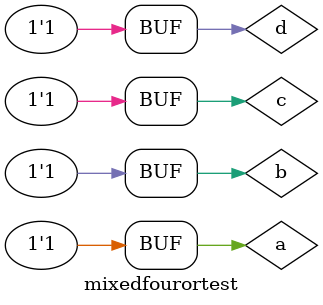
<source format=v>
`timescale 1ns / 1ps


module mixedfourortest;

	// Inputs
	reg a;
	reg b;
	reg c;
	reg d;

	// Outputs
	wire f;

	// Instantiate the Unit Under Test (UUT)
	mixedfouror uut (
		.a(a), 
		.b(b), 
		.c(c), 
		.d(d), 
		.f(f)
	);

	initial begin
			a = 0;		b = 0;		c = 0;		d = 0;
		#10 a = 1;		b = 1;		c = 1;		d = 1;
		#10 a = 1;		b = 0;		c = 1;		d = 1;
		#10 a = 1;		b = 1;		c = 0;		d = 1;
		#10 a = 1;		b = 1;		c = 1;		d = 0;
		#10 a = 1;		b = 1;		c = 1;		d = 1;
	end
      
endmodule


</source>
